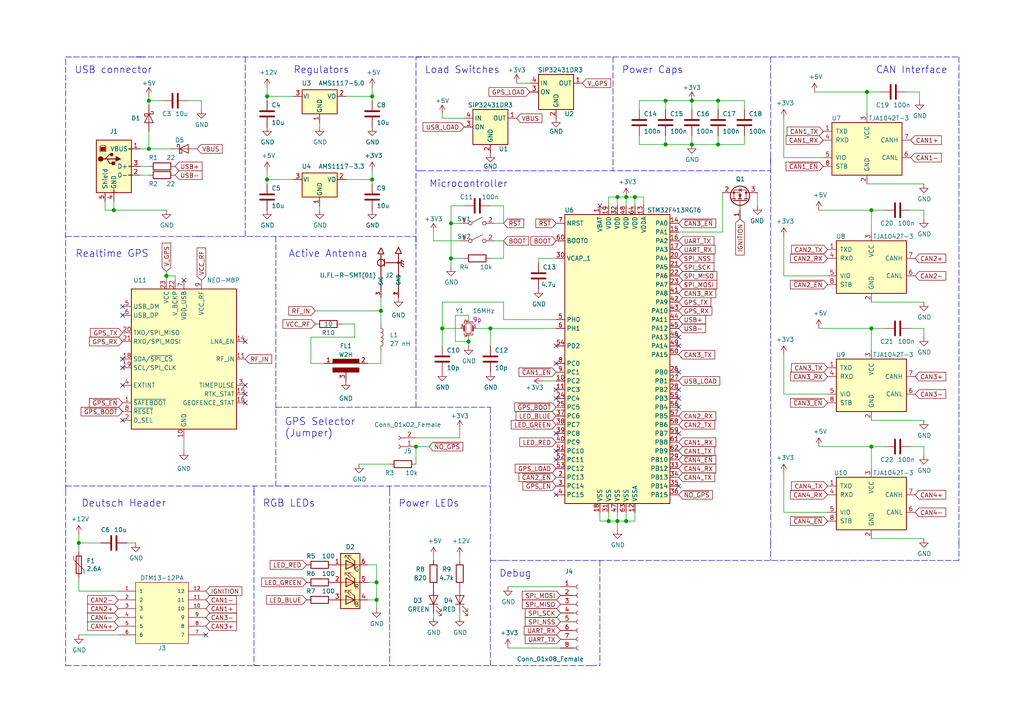
<source format=kicad_sch>
(kicad_sch (version 20210406) (generator eeschema)
  (paper "A4")
  (title_block (title "Black Raccoon") (date "2021-06-25") (rev "0.1") (company "barbinbrad"))
  (junction (at 22.86 157.48) (diameter 1.016))
  (junction (at 33.02 60.96) (diameter 1.016))
  (junction (at 43.18 29.21) (diameter 1.016))
  (junction (at 43.18 43.18) (diameter 1.016))
  (junction (at 48.26 80.01) (diameter 1.016))
  (junction (at 77.47 27.94) (diameter 1.016))
  (junction (at 77.47 52.07) (diameter 1.016))
  (junction (at 107.95 27.94) (diameter 1.016))
  (junction (at 107.95 52.07) (diameter 1.016))
  (junction (at 109.22 168.91) (diameter 1.016))
  (junction (at 109.22 173.99) (diameter 1.016))
  (junction (at 110.49 90.17) (diameter 1.016))
  (junction (at 120.65 129.54) (diameter 1.016))
  (junction (at 128.27 95.25) (diameter 1.016))
  (junction (at 130.81 64.77) (diameter 1.016))
  (junction (at 130.81 74.93) (diameter 1.016))
  (junction (at 135.89 99.06) (diameter 1.016))
  (junction (at 142.24 95.25) (diameter 1.016))
  (junction (at 176.53 151.13) (diameter 1.016))
  (junction (at 179.07 57.15) (diameter 1.016))
  (junction (at 179.07 151.13) (diameter 1.016))
  (junction (at 181.61 57.15) (diameter 1.016))
  (junction (at 181.61 151.13) (diameter 1.016))
  (junction (at 184.15 57.15) (diameter 1.016))
  (junction (at 193.04 29.21) (diameter 1.016))
  (junction (at 193.04 41.91) (diameter 1.016))
  (junction (at 200.66 29.21) (diameter 1.016))
  (junction (at 200.66 41.91) (diameter 1.016))
  (junction (at 208.28 29.21) (diameter 1.016))
  (junction (at 208.28 41.91) (diameter 1.016))
  (junction (at 251.46 26.67) (diameter 1.016))
  (junction (at 252.73 60.96) (diameter 1.016))
  (junction (at 252.73 95.25) (diameter 1.016))
  (junction (at 252.73 129.54) (diameter 1.016))
  (no_connect (at 35.56 88.9))
  (no_connect (at 35.56 91.44))
  (no_connect (at 35.56 104.14))
  (no_connect (at 35.56 106.68))
  (no_connect (at 35.56 111.76))
  (no_connect (at 35.56 121.92))
  (no_connect (at 53.34 81.28))
  (no_connect (at 59.69 184.15))
  (no_connect (at 71.12 99.06))
  (no_connect (at 71.12 111.76))
  (no_connect (at 71.12 114.3))
  (no_connect (at 71.12 116.84))
  (no_connect (at 161.29 100.33))
  (no_connect (at 161.29 105.41))
  (no_connect (at 161.29 113.03))
  (no_connect (at 161.29 115.57))
  (no_connect (at 161.29 125.73))
  (no_connect (at 161.29 130.81))
  (no_connect (at 161.29 133.35))
  (no_connect (at 161.29 143.51))
  (no_connect (at 173.99 59.69))
  (no_connect (at 196.85 97.79))
  (no_connect (at 196.85 100.33))
  (no_connect (at 196.85 107.95))
  (no_connect (at 196.85 113.03))
  (no_connect (at 196.85 115.57))
  (no_connect (at 196.85 118.11))
  (no_connect (at 196.85 125.73))
  (no_connect (at 196.85 140.97))
  (wire (pts (xy 22.86 154.94) (xy 22.86 157.48)))
  (wire (pts (xy 22.86 157.48) (xy 22.86 160.02)))
  (wire (pts (xy 22.86 157.48) (xy 29.21 157.48)))
  (wire (pts (xy 22.86 167.64) (xy 22.86 171.45)))
  (wire (pts (xy 22.86 171.45) (xy 34.29 171.45)))
  (wire (pts (xy 30.48 58.42) (xy 30.48 60.96)))
  (wire (pts (xy 30.48 60.96) (xy 33.02 60.96)))
  (wire (pts (xy 33.02 60.96) (xy 33.02 58.42)))
  (wire (pts (xy 33.02 60.96) (xy 48.26 60.96)))
  (wire (pts (xy 34.29 184.15) (xy 22.86 184.15)))
  (wire (pts (xy 36.83 157.48) (xy 39.37 157.48)))
  (wire (pts (xy 40.64 43.18) (xy 43.18 43.18)))
  (wire (pts (xy 40.64 48.26) (xy 43.18 48.26)))
  (wire (pts (xy 43.18 27.94) (xy 43.18 29.21)))
  (wire (pts (xy 43.18 29.21) (xy 43.18 30.48)))
  (wire (pts (xy 43.18 38.1) (xy 43.18 43.18)))
  (wire (pts (xy 43.18 43.18) (xy 49.53 43.18)))
  (wire (pts (xy 43.18 50.8) (xy 40.64 50.8)))
  (wire (pts (xy 46.99 29.21) (xy 43.18 29.21)))
  (wire (pts (xy 48.26 78.74) (xy 48.26 80.01)))
  (wire (pts (xy 48.26 80.01) (xy 48.26 81.28)))
  (wire (pts (xy 48.26 80.01) (xy 50.8 80.01)))
  (wire (pts (xy 50.8 81.28) (xy 50.8 80.01)))
  (wire (pts (xy 53.34 127) (xy 53.34 130.81)))
  (wire (pts (xy 54.61 29.21) (xy 58.42 29.21)))
  (wire (pts (xy 58.42 29.21) (xy 58.42 31.75)))
  (wire (pts (xy 77.47 27.94) (xy 77.47 25.4)))
  (wire (pts (xy 77.47 29.21) (xy 77.47 27.94)))
  (wire (pts (xy 77.47 49.53) (xy 77.47 52.07)))
  (wire (pts (xy 77.47 52.07) (xy 77.47 53.34)))
  (wire (pts (xy 85.09 27.94) (xy 77.47 27.94)))
  (wire (pts (xy 85.09 52.07) (xy 77.47 52.07)))
  (wire (pts (xy 90.17 97.79) (xy 90.17 105.41)))
  (wire (pts (xy 90.17 105.41) (xy 93.98 105.41)))
  (wire (pts (xy 91.44 90.17) (xy 110.49 90.17)))
  (wire (pts (xy 92.71 36.83) (xy 92.71 35.56)))
  (wire (pts (xy 92.71 60.96) (xy 92.71 59.69)))
  (wire (pts (xy 99.06 93.98) (xy 102.87 93.98)))
  (wire (pts (xy 100.33 27.94) (xy 107.95 27.94)))
  (wire (pts (xy 100.33 52.07) (xy 107.95 52.07)))
  (wire (pts (xy 102.87 93.98) (xy 102.87 97.79)))
  (wire (pts (xy 102.87 97.79) (xy 90.17 97.79)))
  (wire (pts (xy 104.14 134.62) (xy 113.03 134.62)))
  (wire (pts (xy 106.68 105.41) (xy 110.49 105.41)))
  (wire (pts (xy 106.68 163.83) (xy 109.22 163.83)))
  (wire (pts (xy 106.68 168.91) (xy 109.22 168.91)))
  (wire (pts (xy 106.68 173.99) (xy 109.22 173.99)))
  (wire (pts (xy 107.95 27.94) (xy 107.95 25.4)))
  (wire (pts (xy 107.95 29.21) (xy 107.95 27.94)))
  (wire (pts (xy 107.95 52.07) (xy 107.95 49.53)))
  (wire (pts (xy 107.95 53.34) (xy 107.95 52.07)))
  (wire (pts (xy 109.22 163.83) (xy 109.22 168.91)))
  (wire (pts (xy 109.22 168.91) (xy 109.22 173.99)))
  (wire (pts (xy 109.22 173.99) (xy 109.22 176.53)))
  (wire (pts (xy 110.49 86.36) (xy 110.49 90.17)))
  (wire (pts (xy 110.49 90.17) (xy 110.49 93.98)))
  (wire (pts (xy 110.49 101.6) (xy 110.49 105.41)))
  (wire (pts (xy 120.65 127) (xy 133.35 127)))
  (wire (pts (xy 120.65 129.54) (xy 124.46 129.54)))
  (wire (pts (xy 120.65 134.62) (xy 120.65 129.54)))
  (wire (pts (xy 125.73 69.85) (xy 125.73 67.31)))
  (wire (pts (xy 125.73 69.85) (xy 133.35 69.85)))
  (wire (pts (xy 125.73 161.29) (xy 125.73 162.56)))
  (wire (pts (xy 125.73 177.8) (xy 125.73 179.07)))
  (wire (pts (xy 128.27 33.02) (xy 128.27 34.29)))
  (wire (pts (xy 128.27 87.63) (xy 128.27 95.25)))
  (wire (pts (xy 128.27 87.63) (xy 146.05 87.63)))
  (wire (pts (xy 128.27 95.25) (xy 128.27 100.33)))
  (wire (pts (xy 128.27 95.25) (xy 133.35 95.25)))
  (wire (pts (xy 130.81 59.69) (xy 130.81 64.77)))
  (wire (pts (xy 130.81 59.69) (xy 134.62 59.69)))
  (wire (pts (xy 130.81 64.77) (xy 130.81 74.93)))
  (wire (pts (xy 130.81 74.93) (xy 130.81 77.47)))
  (wire (pts (xy 130.81 74.93) (xy 134.62 74.93)))
  (wire (pts (xy 132.08 91.44) (xy 132.08 99.06)))
  (wire (pts (xy 132.08 99.06) (xy 135.89 99.06)))
  (wire (pts (xy 133.35 64.77) (xy 130.81 64.77)))
  (wire (pts (xy 133.35 124.46) (xy 133.35 127)))
  (wire (pts (xy 133.35 161.29) (xy 133.35 162.56)))
  (wire (pts (xy 133.35 177.8) (xy 133.35 179.07)))
  (wire (pts (xy 134.62 34.29) (xy 128.27 34.29)))
  (wire (pts (xy 135.89 91.44) (xy 132.08 91.44)))
  (wire (pts (xy 135.89 92.71) (xy 135.89 91.44)))
  (wire (pts (xy 135.89 97.79) (xy 135.89 99.06)))
  (wire (pts (xy 135.89 99.06) (xy 135.89 100.33)))
  (wire (pts (xy 138.43 95.25) (xy 142.24 95.25)))
  (wire (pts (xy 142.24 59.69) (xy 146.05 59.69)))
  (wire (pts (xy 142.24 74.93) (xy 146.05 74.93)))
  (wire (pts (xy 142.24 95.25) (xy 161.29 95.25)))
  (wire (pts (xy 142.24 100.33) (xy 142.24 95.25)))
  (wire (pts (xy 143.51 64.77) (xy 146.05 64.77)))
  (wire (pts (xy 143.51 69.85) (xy 146.05 69.85)))
  (wire (pts (xy 146.05 59.69) (xy 146.05 64.77)))
  (wire (pts (xy 146.05 74.93) (xy 146.05 69.85)))
  (wire (pts (xy 146.05 92.71) (xy 146.05 87.63)))
  (wire (pts (xy 147.32 170.18) (xy 162.56 170.18)))
  (wire (pts (xy 147.32 187.96) (xy 162.56 187.96)))
  (wire (pts (xy 149.86 24.13) (xy 153.67 24.13)))
  (wire (pts (xy 156.21 74.93) (xy 161.29 74.93)))
  (wire (pts (xy 156.21 76.2) (xy 156.21 74.93)))
  (wire (pts (xy 157.48 110.49) (xy 161.29 110.49)))
  (wire (pts (xy 161.29 92.71) (xy 146.05 92.71)))
  (wire (pts (xy 173.99 148.59) (xy 173.99 151.13)))
  (wire (pts (xy 173.99 151.13) (xy 176.53 151.13)))
  (wire (pts (xy 176.53 57.15) (xy 179.07 57.15)))
  (wire (pts (xy 176.53 59.69) (xy 176.53 57.15)))
  (wire (pts (xy 176.53 148.59) (xy 176.53 151.13)))
  (wire (pts (xy 176.53 151.13) (xy 179.07 151.13)))
  (wire (pts (xy 179.07 57.15) (xy 181.61 57.15)))
  (wire (pts (xy 179.07 59.69) (xy 179.07 57.15)))
  (wire (pts (xy 179.07 151.13) (xy 179.07 148.59)))
  (wire (pts (xy 179.07 151.13) (xy 179.07 153.67)))
  (wire (pts (xy 179.07 151.13) (xy 181.61 151.13)))
  (wire (pts (xy 181.61 57.15) (xy 184.15 57.15)))
  (wire (pts (xy 181.61 59.69) (xy 181.61 57.15)))
  (wire (pts (xy 181.61 148.59) (xy 181.61 151.13)))
  (wire (pts (xy 181.61 151.13) (xy 184.15 151.13)))
  (wire (pts (xy 184.15 57.15) (xy 186.69 57.15)))
  (wire (pts (xy 184.15 59.69) (xy 184.15 57.15)))
  (wire (pts (xy 184.15 148.59) (xy 184.15 151.13)))
  (wire (pts (xy 185.42 29.21) (xy 193.04 29.21)))
  (wire (pts (xy 185.42 31.75) (xy 185.42 29.21)))
  (wire (pts (xy 185.42 39.37) (xy 185.42 41.91)))
  (wire (pts (xy 185.42 41.91) (xy 193.04 41.91)))
  (wire (pts (xy 186.69 57.15) (xy 186.69 59.69)))
  (wire (pts (xy 193.04 29.21) (xy 200.66 29.21)))
  (wire (pts (xy 193.04 31.75) (xy 193.04 29.21)))
  (wire (pts (xy 193.04 39.37) (xy 193.04 41.91)))
  (wire (pts (xy 193.04 41.91) (xy 200.66 41.91)))
  (wire (pts (xy 196.85 67.31) (xy 209.55 67.31)))
  (wire (pts (xy 200.66 29.21) (xy 208.28 29.21)))
  (wire (pts (xy 200.66 31.75) (xy 200.66 29.21)))
  (wire (pts (xy 200.66 39.37) (xy 200.66 41.91)))
  (wire (pts (xy 200.66 41.91) (xy 208.28 41.91)))
  (wire (pts (xy 208.28 29.21) (xy 215.9 29.21)))
  (wire (pts (xy 208.28 31.75) (xy 208.28 29.21)))
  (wire (pts (xy 208.28 39.37) (xy 208.28 41.91)))
  (wire (pts (xy 208.28 41.91) (xy 215.9 41.91)))
  (wire (pts (xy 209.55 55.88) (xy 209.55 67.31)))
  (wire (pts (xy 215.9 29.21) (xy 215.9 31.75)))
  (wire (pts (xy 215.9 41.91) (xy 215.9 39.37)))
  (wire (pts (xy 219.71 55.88) (xy 219.71 59.69)))
  (wire (pts (xy 227.33 34.29) (xy 227.33 45.72)))
  (wire (pts (xy 227.33 68.58) (xy 227.33 80.01)))
  (wire (pts (xy 227.33 80.01) (xy 240.03 80.01)))
  (wire (pts (xy 227.33 102.87) (xy 227.33 114.3)))
  (wire (pts (xy 227.33 137.16) (xy 227.33 148.59)))
  (wire (pts (xy 236.22 26.67) (xy 251.46 26.67)))
  (wire (pts (xy 237.49 60.96) (xy 252.73 60.96)))
  (wire (pts (xy 237.49 95.25) (xy 252.73 95.25)))
  (wire (pts (xy 237.49 129.54) (xy 252.73 129.54)))
  (wire (pts (xy 238.76 45.72) (xy 227.33 45.72)))
  (wire (pts (xy 240.03 114.3) (xy 227.33 114.3)))
  (wire (pts (xy 240.03 148.59) (xy 227.33 148.59)))
  (wire (pts (xy 251.46 26.67) (xy 251.46 33.02)))
  (wire (pts (xy 251.46 26.67) (xy 255.27 26.67)))
  (wire (pts (xy 251.46 53.34) (xy 267.97 53.34)))
  (wire (pts (xy 252.73 60.96) (xy 252.73 67.31)))
  (wire (pts (xy 252.73 60.96) (xy 256.54 60.96)))
  (wire (pts (xy 252.73 87.63) (xy 267.97 87.63)))
  (wire (pts (xy 252.73 95.25) (xy 252.73 101.6)))
  (wire (pts (xy 252.73 95.25) (xy 256.54 95.25)))
  (wire (pts (xy 252.73 121.92) (xy 267.97 121.92)))
  (wire (pts (xy 252.73 129.54) (xy 252.73 135.89)))
  (wire (pts (xy 252.73 129.54) (xy 256.54 129.54)))
  (wire (pts (xy 252.73 156.21) (xy 267.97 156.21)))
  (wire (pts (xy 262.89 26.67) (xy 266.7 26.67)))
  (wire (pts (xy 264.16 60.96) (xy 267.97 60.96)))
  (wire (pts (xy 264.16 95.25) (xy 267.97 95.25)))
  (wire (pts (xy 264.16 129.54) (xy 267.97 129.54)))
  (wire (pts (xy 266.7 26.67) (xy 266.7 29.21)))
  (wire (pts (xy 267.97 60.96) (xy 267.97 63.5)))
  (wire (pts (xy 267.97 95.25) (xy 267.97 97.79)))
  (wire (pts (xy 267.97 129.54) (xy 267.97 132.08)))
  (polyline (pts (xy 19.05 16.51) (xy 40.64 16.51)) (stroke (width 0) (type dash)))
  (polyline (pts (xy 19.05 68.58) (xy 120.65 68.58)) (stroke (width 0) (type dash)))
  (polyline (pts (xy 19.05 140.97) (xy 57.15 140.97)) (stroke (width 0) (type dash)))
  (polyline (pts (xy 19.05 142.24) (xy 19.05 16.51)) (stroke (width 0) (type dash)))
  (polyline (pts (xy 19.05 142.24) (xy 19.05 193.04)) (stroke (width 0) (type dash)))
  (polyline (pts (xy 19.05 193.04) (xy 171.45 193.04)) (stroke (width 0) (type dash)))
  (polyline (pts (xy 39.37 16.51) (xy 41.91 16.51)) (stroke (width 0) (type dash)))
  (polyline (pts (xy 40.64 16.51) (xy 278.13 16.51)) (stroke (width 0) (type dash)))
  (polyline (pts (xy 57.15 68.58) (xy 58.42 68.58)) (stroke (width 0) (type dash)))
  (polyline (pts (xy 57.15 140.97) (xy 142.24 140.97)) (stroke (width 0) (type dash)))
  (polyline (pts (xy 57.15 193.04) (xy 55.88 193.04)) (stroke (width 0) (type dash)))
  (polyline (pts (xy 66.04 193.04) (xy 64.77 193.04)) (stroke (width 0) (type dash)))
  (polyline (pts (xy 71.12 16.51) (xy 71.12 68.58)) (stroke (width 0) (type dash)))
  (polyline (pts (xy 73.66 140.97) (xy 73.66 143.51)) (stroke (width 0) (type dash)))
  (polyline (pts (xy 73.66 142.24) (xy 73.66 193.04)) (stroke (width 0) (type dash)))
  (polyline (pts (xy 73.66 193.04) (xy 74.93 193.04)) (stroke (width 0) (type dash)))
  (polyline (pts (xy 80.01 68.58) (xy 80.01 140.97)) (stroke (width 0) (type dash)))
  (polyline (pts (xy 80.01 118.11) (xy 120.65 118.11)) (stroke (width 0) (type dash)))
  (polyline (pts (xy 82.55 140.97) (xy 83.82 140.97)) (stroke (width 0) (type dash)))
  (polyline (pts (xy 113.03 140.97) (xy 113.03 142.24)) (stroke (width 0) (type dash)))
  (polyline (pts (xy 113.03 142.24) (xy 113.03 193.04)) (stroke (width 0) (type dash)))
  (polyline (pts (xy 120.65 16.51) (xy 123.19 16.51)) (stroke (width 0) (type dash)))
  (polyline (pts (xy 120.65 49.53) (xy 121.92 49.53)) (stroke (width 0) (type dash)))
  (polyline (pts (xy 120.65 68.58) (xy 120.65 71.12)) (stroke (width 0) (type dash)))
  (polyline (pts (xy 120.65 118.11) (xy 120.65 16.51)) (stroke (width 0) (type dash)))
  (polyline (pts (xy 120.65 118.11) (xy 142.24 118.11)) (stroke (width 0) (type dash)))
  (polyline (pts (xy 121.92 49.53) (xy 223.52 49.53)) (stroke (width 0) (type dash)))
  (polyline (pts (xy 142.24 118.11) (xy 142.24 140.97)) (stroke (width 0) (type dash)))
  (polyline (pts (xy 142.24 162.56) (xy 146.05 162.56)) (stroke (width 0) (type dash)))
  (polyline (pts (xy 142.24 193.04) (xy 142.24 140.97)) (stroke (width 0) (type dash)))
  (polyline (pts (xy 171.45 193.04) (xy 173.99 193.04)) (stroke (width 0) (type dash)))
  (polyline (pts (xy 173.99 162.56) (xy 173.99 193.04)) (stroke (width 0) (type dash)))
  (polyline (pts (xy 177.8 16.51) (xy 177.8 49.53)) (stroke (width 0) (type dash)))
  (polyline (pts (xy 223.52 16.51) (xy 223.52 157.48)) (stroke (width 0) (type dash)))
  (polyline (pts (xy 223.52 45.72) (xy 223.52 48.26)) (stroke (width 0) (type dash)))
  (polyline (pts (xy 223.52 157.48) (xy 223.52 162.56)) (stroke (width 0) (type dash)))
  (polyline (pts (xy 278.13 16.51) (xy 278.13 157.48)) (stroke (width 0) (type dash)))
  (polyline (pts (xy 278.13 157.48) (xy 278.13 162.56)) (stroke (width 0) (type dash)))
  (polyline (pts (xy 278.13 162.56) (xy 146.05 162.56)) (stroke (width 0) (type dash)))
  (text "USB connector" (at 21.59 21.59 0) (effects (font (size 2.0066 2.0066)) (justify left bottom)))
  (text "Realtime GPS" (at 43.18 74.93 180) (effects (font (size 2.066 2.066)) (justify right bottom)))
  (text "Deutsch Header" (at 48.26 147.32 180) (effects (font (size 2.066 2.066)) (justify right bottom)))
  (text "GPS Selector\n(Jumper)" (at 82.55 127 0) (effects (font (size 2.066 2.066)) (justify left bottom)))
  (text "Regulators" (at 85.09 21.59 0) (effects (font (size 2.0066 2.0066)) (justify left bottom)))
  (text "RGB LEDs\n" (at 91.44 147.32 180) (effects (font (size 2.066 2.066)) (justify right bottom)))
  (text "Active Antenna" (at 106.68 74.93 180) (effects (font (size 2.066 2.066)) (justify right bottom)))
  (text "Power LEDs" (at 115.57 147.32 0) (effects (font (size 2.0066 2.0066)) (justify left bottom)))
  (text "Load Switches\n" (at 123.19 21.59 0) (effects (font (size 2.0066 2.0066)) (justify left bottom)))
  (text "Microcontroller" (at 124.46 54.61 0) (effects (font (size 2.0066 2.0066)) (justify left bottom)))
  (text "Debug" (at 144.78 167.64 0) (effects (font (size 2.0066 2.0066)) (justify left bottom)))
  (text "Power Caps" (at 180.34 21.59 0) (effects (font (size 2.0066 2.0066)) (justify left bottom)))
  (text "CAN Interface" (at 254 21.59 0) (effects (font (size 2.0066 2.0066)) (justify left bottom)))
  (global_label "CAN2-" (shape input) (at 34.29 173.99 180) (property "Intersheet References" "${INTERSHEET_REFS}" (effects hide)))
  (global_label "CAN2+" (shape input) (at 34.29 176.53 180) (property "Intersheet References" "${INTERSHEET_REFS}" (effects hide)))
  (global_label "CAN4-" (shape input) (at 34.29 179.07 180) (property "Intersheet References" "${INTERSHEET_REFS}" (effects hide)))
  (global_label "CAN4+" (shape input) (at 34.29 181.61 180) (property "Intersheet References" "${INTERSHEET_REFS}" (effects hide)))
  (global_label "GPS_TX" (shape input) (at 35.56 96.52 180) (property "Intersheet References" "${INTERSHEET_REFS}" (effects hide)))
  (global_label "GPS_RX" (shape input) (at 35.56 99.06 180) (property "Intersheet References" "${INTERSHEET_REFS}" (effects hide)))
  (global_label "~GPS_EN~" (shape input) (at 35.56 116.84 180) (property "Intersheet References" "${INTERSHEET_REFS}" (effects hide)))
  (global_label "~GPS_BOOT~" (shape input) (at 35.56 119.38 180) (property "Intersheet References" "${INTERSHEET_REFS}" (effects hide)))
  (global_label "V_GPS" (shape input) (at 48.26 78.74 90) (property "Intersheet References" "${INTERSHEET_REFS}" (effects hide)))
  (global_label "USB+" (shape input) (at 50.8 48.26 0) (property "Intersheet References" "${INTERSHEET_REFS}" (effects hide)))
  (global_label "USB-" (shape input) (at 50.8 50.8 0) (property "Intersheet References" "${INTERSHEET_REFS}" (effects hide)))
  (global_label "VBUS" (shape input) (at 57.15 43.18 0) (property "Intersheet References" "${INTERSHEET_REFS}" (effects hide)))
  (global_label "VCC_RF" (shape input) (at 58.42 81.28 90) (property "Intersheet References" "${INTERSHEET_REFS}" (effects hide)))
  (global_label "IGNITION" (shape input) (at 59.69 171.45 0) (property "Intersheet References" "${INTERSHEET_REFS}" (effects hide)))
  (global_label "CAN1-" (shape input) (at 59.69 173.99 0) (property "Intersheet References" "${INTERSHEET_REFS}" (effects hide)))
  (global_label "CAN1+" (shape input) (at 59.69 176.53 0) (property "Intersheet References" "${INTERSHEET_REFS}" (effects hide)))
  (global_label "CAN3-" (shape input) (at 59.69 179.07 0) (property "Intersheet References" "${INTERSHEET_REFS}" (effects hide)))
  (global_label "CAN3+" (shape input) (at 59.69 181.61 0) (property "Intersheet References" "${INTERSHEET_REFS}" (effects hide)))
  (global_label "RF_IN" (shape input) (at 71.12 104.14 0) (property "Intersheet References" "${INTERSHEET_REFS}" (effects hide)))
  (global_label "LED_RED" (shape input) (at 88.9 163.83 180) (property "Intersheet References" "${INTERSHEET_REFS}" (effects hide)))
  (global_label "LED_GREEN" (shape input) (at 88.9 168.91 180) (property "Intersheet References" "${INTERSHEET_REFS}" (effects hide)))
  (global_label "LED_BLUE" (shape input) (at 88.9 173.99 180) (property "Intersheet References" "${INTERSHEET_REFS}" (effects hide)))
  (global_label "RF_IN" (shape input) (at 91.44 90.17 180) (property "Intersheet References" "${INTERSHEET_REFS}" (effects hide)))
  (global_label "VCC_RF" (shape input) (at 91.44 93.98 180) (property "Intersheet References" "${INTERSHEET_REFS}" (effects hide)))
  (global_label "~NO_GPS~" (shape input) (at 124.46 129.54 0) (property "Intersheet References" "${INTERSHEET_REFS}" (effects hide)))
  (global_label "USB_LOAD" (shape input) (at 134.62 36.83 180) (property "Intersheet References" "${INTERSHEET_REFS}" (effects hide)))
  (global_label "~RST~" (shape input) (at 146.05 64.77 0) (property "Intersheet References" "${INTERSHEET_REFS}" (effects hide)))
  (global_label "BOOT" (shape input) (at 146.05 69.85 0) (property "Intersheet References" "${INTERSHEET_REFS}" (effects hide)))
  (global_label "VBUS" (shape input) (at 149.86 34.29 0) (property "Intersheet References" "${INTERSHEET_REFS}" (effects hide)))
  (global_label "GPS_LOAD" (shape input) (at 153.67 26.67 180) (property "Intersheet References" "${INTERSHEET_REFS}" (effects hide)))
  (global_label "~RST~" (shape input) (at 161.29 64.77 180) (property "Intersheet References" "${INTERSHEET_REFS}" (effects hide)))
  (global_label "BOOT" (shape input) (at 161.29 69.85 180) (property "Intersheet References" "${INTERSHEET_REFS}" (effects hide)))
  (global_label "~CAN1_EN~" (shape input) (at 161.29 107.95 180) (property "Intersheet References" "${INTERSHEET_REFS}" (effects hide)))
  (global_label "~GPS_BOOT~" (shape input) (at 161.29 118.11 180) (property "Intersheet References" "${INTERSHEET_REFS}" (effects hide)))
  (global_label "LED_BLUE" (shape input) (at 161.29 120.65 180) (property "Intersheet References" "${INTERSHEET_REFS}" (effects hide)))
  (global_label "LED_GREEN" (shape input) (at 161.29 123.19 180) (property "Intersheet References" "${INTERSHEET_REFS}" (effects hide)))
  (global_label "LED_RED" (shape input) (at 161.29 128.27 180) (property "Intersheet References" "${INTERSHEET_REFS}" (effects hide)))
  (global_label "GPS_LOAD" (shape input) (at 161.29 135.89 180) (property "Intersheet References" "${INTERSHEET_REFS}" (effects hide)))
  (global_label "~CAN2_EN~" (shape input) (at 161.29 138.43 180) (property "Intersheet References" "${INTERSHEET_REFS}" (effects hide)))
  (global_label "~GPS_EN~" (shape input) (at 161.29 140.97 180) (property "Intersheet References" "${INTERSHEET_REFS}" (effects hide)))
  (global_label "SPI_MOSI" (shape input) (at 162.56 172.72 180) (property "Intersheet References" "${INTERSHEET_REFS}" (effects hide)))
  (global_label "SPI_MISO" (shape input) (at 162.56 175.26 180) (property "Intersheet References" "${INTERSHEET_REFS}" (effects hide)))
  (global_label "SPI_SCK" (shape input) (at 162.56 177.8 180) (property "Intersheet References" "${INTERSHEET_REFS}" (effects hide)))
  (global_label "SPI_NSS" (shape input) (at 162.56 180.34 180) (property "Intersheet References" "${INTERSHEET_REFS}" (effects hide)))
  (global_label "UART_RX" (shape input) (at 162.56 182.88 180) (property "Intersheet References" "${INTERSHEET_REFS}" (effects hide)))
  (global_label "UART_TX" (shape input) (at 162.56 185.42 180) (property "Intersheet References" "${INTERSHEET_REFS}" (effects hide)))
  (global_label "V_GPS" (shape input) (at 168.91 24.13 0) (property "Intersheet References" "${INTERSHEET_REFS}" (effects hide)))
  (global_label "~CAN3_EN~" (shape input) (at 196.85 64.77 0) (property "Intersheet References" "${INTERSHEET_REFS}" (effects hide)))
  (global_label "UART_TX" (shape input) (at 196.85 69.85 0) (property "Intersheet References" "${INTERSHEET_REFS}" (effects hide)))
  (global_label "UART_RX" (shape input) (at 196.85 72.39 0) (property "Intersheet References" "${INTERSHEET_REFS}" (effects hide)))
  (global_label "SPI_NSS" (shape input) (at 196.85 74.93 0) (property "Intersheet References" "${INTERSHEET_REFS}" (effects hide)))
  (global_label "SPI_SCK" (shape input) (at 196.85 77.47 0) (property "Intersheet References" "${INTERSHEET_REFS}" (effects hide)))
  (global_label "SPI_MISO" (shape input) (at 196.85 80.01 0) (property "Intersheet References" "${INTERSHEET_REFS}" (effects hide)))
  (global_label "SPI_MOSI" (shape input) (at 196.85 82.55 0) (property "Intersheet References" "${INTERSHEET_REFS}" (effects hide)))
  (global_label "CAN3_RX" (shape input) (at 196.85 85.09 0) (property "Intersheet References" "${INTERSHEET_REFS}" (effects hide)))
  (global_label "GPS_TX" (shape input) (at 196.85 87.63 0) (property "Intersheet References" "${INTERSHEET_REFS}" (effects hide)))
  (global_label "GPS_RX" (shape input) (at 196.85 90.17 0) (property "Intersheet References" "${INTERSHEET_REFS}" (effects hide)))
  (global_label "USB+" (shape input) (at 196.85 92.71 0) (property "Intersheet References" "${INTERSHEET_REFS}" (effects hide)))
  (global_label "USB-" (shape input) (at 196.85 95.25 0) (property "Intersheet References" "${INTERSHEET_REFS}" (effects hide)))
  (global_label "CAN3_TX" (shape input) (at 196.85 102.87 0) (property "Intersheet References" "${INTERSHEET_REFS}" (effects hide)))
  (global_label "USB_LOAD" (shape input) (at 196.85 110.49 0) (property "Intersheet References" "${INTERSHEET_REFS}" (effects hide)))
  (global_label "CAN2_RX" (shape input) (at 196.85 120.65 0) (property "Intersheet References" "${INTERSHEET_REFS}" (effects hide)))
  (global_label "CAN2_TX" (shape input) (at 196.85 123.19 0) (property "Intersheet References" "${INTERSHEET_REFS}" (effects hide)))
  (global_label "CAN1_RX" (shape input) (at 196.85 128.27 0) (property "Intersheet References" "${INTERSHEET_REFS}" (effects hide)))
  (global_label "CAN1_TX" (shape input) (at 196.85 130.81 0) (property "Intersheet References" "${INTERSHEET_REFS}" (effects hide)))
  (global_label "~CAN4_EN~" (shape input) (at 196.85 133.35 0) (property "Intersheet References" "${INTERSHEET_REFS}" (effects hide)))
  (global_label "CAN4_RX" (shape input) (at 196.85 135.89 0) (property "Intersheet References" "${INTERSHEET_REFS}" (effects hide)))
  (global_label "CAN4_TX" (shape input) (at 196.85 138.43 0) (property "Intersheet References" "${INTERSHEET_REFS}" (effects hide)))
  (global_label "~NO_GPS~" (shape input) (at 196.85 143.51 0) (property "Intersheet References" "${INTERSHEET_REFS}" (effects hide)))
  (global_label "IGNITION" (shape input) (at 214.63 63.5 270) (property "Intersheet References" "${INTERSHEET_REFS}" (effects hide)))
  (global_label "CAN1_TX" (shape input) (at 238.76 38.1 180) (property "Intersheet References" "${INTERSHEET_REFS}" (effects hide)))
  (global_label "CAN1_RX" (shape input) (at 238.76 40.64 180) (property "Intersheet References" "${INTERSHEET_REFS}" (effects hide)))
  (global_label "~CAN1_EN~" (shape input) (at 238.76 48.26 180) (property "Intersheet References" "${INTERSHEET_REFS}" (effects hide)))
  (global_label "CAN2_TX" (shape input) (at 240.03 72.39 180) (property "Intersheet References" "${INTERSHEET_REFS}" (effects hide)))
  (global_label "CAN2_RX" (shape input) (at 240.03 74.93 180) (property "Intersheet References" "${INTERSHEET_REFS}" (effects hide)))
  (global_label "~CAN2_EN~" (shape input) (at 240.03 82.55 180) (property "Intersheet References" "${INTERSHEET_REFS}" (effects hide)))
  (global_label "CAN3_TX" (shape input) (at 240.03 106.68 180) (property "Intersheet References" "${INTERSHEET_REFS}" (effects hide)))
  (global_label "CAN3_RX" (shape input) (at 240.03 109.22 180) (property "Intersheet References" "${INTERSHEET_REFS}" (effects hide)))
  (global_label "~CAN3_EN~" (shape input) (at 240.03 116.84 180) (property "Intersheet References" "${INTERSHEET_REFS}" (effects hide)))
  (global_label "CAN4_TX" (shape input) (at 240.03 140.97 180) (property "Intersheet References" "${INTERSHEET_REFS}" (effects hide)))
  (global_label "CAN4_RX" (shape input) (at 240.03 143.51 180) (property "Intersheet References" "${INTERSHEET_REFS}" (effects hide)))
  (global_label "~CAN4_EN~" (shape input) (at 240.03 151.13 180) (property "Intersheet References" "${INTERSHEET_REFS}" (effects hide)))
  (global_label "CAN1+" (shape input) (at 264.16 40.64 0) (property "Intersheet References" "${INTERSHEET_REFS}" (effects hide)))
  (global_label "CAN1-" (shape input) (at 264.16 45.72 0) (property "Intersheet References" "${INTERSHEET_REFS}" (effects hide)))
  (global_label "CAN2+" (shape input) (at 265.43 74.93 0) (property "Intersheet References" "${INTERSHEET_REFS}" (effects hide)))
  (global_label "CAN2-" (shape input) (at 265.43 80.01 0) (property "Intersheet References" "${INTERSHEET_REFS}" (effects hide)))
  (global_label "CAN3+" (shape input) (at 265.43 109.22 0) (property "Intersheet References" "${INTERSHEET_REFS}" (effects hide)))
  (global_label "CAN3-" (shape input) (at 265.43 114.3 0) (property "Intersheet References" "${INTERSHEET_REFS}" (effects hide)))
  (global_label "CAN4+" (shape input) (at 265.43 143.51 0) (property "Intersheet References" "${INTERSHEET_REFS}" (effects hide)))
  (global_label "CAN4-" (shape input) (at 265.43 148.59 0) (property "Intersheet References" "${INTERSHEET_REFS}" (effects hide)))
  (symbol (lib_id "power:+12V") (at 22.86 154.94 0) (unit 1)
    (property "Reference" "#PWR0107" (effects hide))
    (property "Value" "+12V" (at 23.241 150.5458 0))
  )
  (symbol (lib_id "power:+5V") (at 43.18 27.94 0) (unit 1)
    (property "Reference" "#PWR0117" (effects hide))
    (property "Value" "+5V" (at 43.18 24.13 0))
  )
  (symbol (lib_id "power:+12V") (at 77.47 25.4 0) (unit 1)
    (property "Reference" "#PWR012" (effects hide))
    (property "Value" "+12V" (at 77.851 21.0058 0))
  )
  (symbol (lib_id "power:+5V") (at 77.47 49.53 0) (unit 1)
    (property "Reference" "#PWR014" (effects hide))
    (property "Value" "+5V" (at 77.851 45.1358 0))
  )
  (symbol (lib_id "power:+5V") (at 107.95 25.4 0) (unit 1)
    (property "Reference" "#PWR026" (effects hide))
    (property "Value" "+5V" (at 108.331 21.0058 0))
  )
  (symbol (lib_id "power:+3.3V") (at 107.95 49.53 0) (unit 1)
    (property "Reference" "#PWR028" (effects hide))
    (property "Value" "+3.3V" (at 108.331 45.1358 0))
  )
  (symbol (lib_id "power:+3.3V") (at 125.73 67.31 0) (unit 1)
    (property "Reference" "#PWR0111" (effects hide))
    (property "Value" "+3.3V" (at 125.73 63.5 0))
  )
  (symbol (lib_id "power:+5V") (at 125.73 161.29 0) (unit 1)
    (property "Reference" "#PWR058" (effects hide))
    (property "Value" "+5V" (at 126.111 156.8958 0))
  )
  (symbol (lib_id "power:+5V") (at 128.27 33.02 0) (unit 1)
    (property "Reference" "#PWR0112" (effects hide))
    (property "Value" "+5V" (at 128.27 29.21 0))
  )
  (symbol (lib_id "power:+3.3V") (at 133.35 124.46 0) (unit 1)
    (property "Reference" "#PWR0121" (effects hide))
    (property "Value" "+3.3V" (at 133.35 120.65 0))
  )
  (symbol (lib_id "power:+12V") (at 133.35 161.29 0) (unit 1)
    (property "Reference" "#PWR059" (effects hide))
    (property "Value" "+12V" (at 133.731 156.8958 0))
  )
  (symbol (lib_id "power:+3.3V") (at 147.32 187.96 0) (unit 1)
    (property "Reference" "#PWR0119" (effects hide))
    (property "Value" "+3.3V" (at 147.701 183.5658 0))
  )
  (symbol (lib_id "power:+3.3V") (at 149.86 24.13 0) (unit 1)
    (property "Reference" "#PWR0114" (effects hide))
    (property "Value" "+3.3V" (at 149.86 20.32 0))
  )
  (symbol (lib_id "power:+3.3V") (at 157.48 110.49 90) (unit 1)
    (property "Reference" "#PWR?" (effects hide))
    (property "Value" "+3.3V" (at 152.4 112.3949 90) (effects (justify right)))
  )
  (symbol (lib_id "power:+3.3V") (at 181.61 57.15 0) (unit 1)
    (property "Reference" "#PWR042" (effects hide))
    (property "Value" "+3.3V" (at 181.991 52.7558 0))
  )
  (symbol (lib_id "power:+3.3V") (at 200.66 29.21 0) (unit 1)
    (property "Reference" "#PWR0115" (effects hide))
    (property "Value" "+3.3V" (at 200.66 25.4 0))
  )
  (symbol (lib_id "power:+3.3V") (at 227.33 34.29 0) (unit 1)
    (property "Reference" "#PWR046" (effects hide))
    (property "Value" "+3.3V" (at 227.711 29.8958 0))
  )
  (symbol (lib_id "power:+3.3V") (at 227.33 68.58 0) (unit 1)
    (property "Reference" "#PWR047" (effects hide))
    (property "Value" "+3.3V" (at 227.711 64.1858 0))
  )
  (symbol (lib_id "power:+3.3V") (at 227.33 102.87 0) (unit 1)
    (property "Reference" "#PWR048" (effects hide))
    (property "Value" "+3.3V" (at 227.711 98.4758 0))
  )
  (symbol (lib_id "power:+3.3V") (at 227.33 137.16 0) (unit 1)
    (property "Reference" "#PWR0102" (effects hide))
    (property "Value" "+3.3V" (at 227.711 132.7658 0))
  )
  (symbol (lib_id "power:+5V") (at 236.22 26.67 0) (unit 1)
    (property "Reference" "#PWR049" (effects hide))
    (property "Value" "+5V" (at 236.601 22.2758 0))
  )
  (symbol (lib_id "power:+5V") (at 237.49 60.96 0) (unit 1)
    (property "Reference" "#PWR051" (effects hide))
    (property "Value" "+5V" (at 237.871 56.5658 0))
  )
  (symbol (lib_id "power:+5V") (at 237.49 95.25 0) (unit 1)
    (property "Reference" "#PWR053" (effects hide))
    (property "Value" "+5V" (at 237.871 90.8558 0))
  )
  (symbol (lib_id "power:+5V") (at 237.49 129.54 0) (unit 1)
    (property "Reference" "#PWR0101" (effects hide))
    (property "Value" "+5V" (at 237.871 125.1458 0))
  )
  (symbol (lib_id "power:GND") (at 22.86 184.15 0) (unit 1)
    (property "Reference" "#PWR0116" (effects hide))
    (property "Value" "GND" (at 22.987 188.5442 0))
  )
  (symbol (lib_id "power:GND") (at 39.37 157.48 0) (unit 1)
    (property "Reference" "#PWR0106" (effects hide))
    (property "Value" "GND" (at 39.497 161.8742 0))
  )
  (symbol (lib_id "power:GND") (at 48.26 60.96 0) (unit 1)
    (property "Reference" "#PWR05" (effects hide))
    (property "Value" "GND" (at 48.387 65.3542 0))
  )
  (symbol (lib_name "power:GND_1") (lib_id "power:GND") (at 53.34 130.81 0) (unit 1)
    (property "Reference" "#PWR0108" (effects hide))
    (property "Value" "GND" (at 53.34 135.89 0))
  )
  (symbol (lib_id "power:GND") (at 58.42 31.75 0) (unit 1)
    (property "Reference" "#PWR011" (effects hide))
    (property "Value" "GND" (at 58.547 36.1442 0))
  )
  (symbol (lib_id "power:GND") (at 77.47 36.83 0) (unit 1)
    (property "Reference" "#PWR013" (effects hide))
    (property "Value" "GND" (at 77.597 41.2242 0))
  )
  (symbol (lib_id "power:GND") (at 77.47 60.96 0) (unit 1)
    (property "Reference" "#PWR015" (effects hide))
    (property "Value" "GND" (at 77.597 65.3542 0))
  )
  (symbol (lib_id "power:GND") (at 92.71 36.83 0) (unit 1)
    (property "Reference" "#PWR019" (effects hide))
    (property "Value" "GND" (at 92.837 41.2242 0))
  )
  (symbol (lib_id "power:GND") (at 92.71 60.96 0) (unit 1)
    (property "Reference" "#PWR020" (effects hide))
    (property "Value" "GND" (at 92.837 65.3542 0))
  )
  (symbol (lib_name "power:GND_2") (lib_id "power:GND") (at 100.33 110.49 0) (unit 1)
    (property "Reference" "#PWR0110" (effects hide))
    (property "Value" "GND" (at 100.33 115.57 0))
  )
  (symbol (lib_id "power:GND") (at 104.14 134.62 0) (unit 1)
    (property "Reference" "#PWR0120" (effects hide))
    (property "Value" "GND" (at 104.267 139.0142 0))
  )
  (symbol (lib_id "power:GND") (at 107.95 36.83 0) (unit 1)
    (property "Reference" "#PWR027" (effects hide))
    (property "Value" "GND" (at 108.077 41.2242 0))
  )
  (symbol (lib_id "power:GND") (at 107.95 60.96 0) (unit 1)
    (property "Reference" "#PWR029" (effects hide))
    (property "Value" "GND" (at 108.077 65.3542 0))
  )
  (symbol (lib_id "power:GND") (at 109.22 176.53 0) (unit 1)
    (property "Reference" "#PWR040" (effects hide))
    (property "Value" "GND" (at 109.347 180.9242 0))
  )
  (symbol (lib_id "power:GND") (at 115.57 86.36 0) (unit 1)
    (property "Reference" "#PWR0109" (effects hide))
    (property "Value" "GND" (at 115.57 91.44 0))
  )
  (symbol (lib_id "power:GND") (at 125.73 179.07 0) (unit 1)
    (property "Reference" "#PWR060" (effects hide))
    (property "Value" "GND" (at 125.857 183.4642 0))
  )
  (symbol (lib_id "power:GND") (at 128.27 107.95 0) (unit 1)
    (property "Reference" "#PWR033" (effects hide))
    (property "Value" "GND" (at 128.397 112.3442 0))
  )
  (symbol (lib_id "power:GND") (at 130.81 77.47 0) (unit 1)
    (property "Reference" "#PWR034" (effects hide))
    (property "Value" "GND" (at 130.937 81.8642 0))
  )
  (symbol (lib_id "power:GND") (at 133.35 179.07 0) (unit 1)
    (property "Reference" "#PWR061" (effects hide))
    (property "Value" "GND" (at 133.477 183.4642 0))
  )
  (symbol (lib_id "power:GND") (at 135.89 100.33 0) (unit 1)
    (property "Reference" "#PWR035" (effects hide))
    (property "Value" "GND" (at 136.017 104.7242 0))
  )
  (symbol (lib_id "power:GND") (at 142.24 44.45 0) (unit 1)
    (property "Reference" "#PWR0105" (effects hide))
    (property "Value" "GND" (at 142.24 48.26 0))
  )
  (symbol (lib_id "power:GND") (at 142.24 107.95 0) (unit 1)
    (property "Reference" "#PWR036" (effects hide))
    (property "Value" "GND" (at 142.367 112.3442 0))
  )
  (symbol (lib_id "power:GND") (at 147.32 170.18 0) (unit 1)
    (property "Reference" "#PWR0118" (effects hide))
    (property "Value" "GND" (at 147.447 174.5742 0))
  )
  (symbol (lib_id "power:GND") (at 156.21 83.82 0) (unit 1)
    (property "Reference" "#PWR037" (effects hide))
    (property "Value" "GND" (at 156.337 88.2142 0))
  )
  (symbol (lib_id "power:GND") (at 161.29 34.29 0) (unit 1)
    (property "Reference" "#PWR0113" (effects hide))
    (property "Value" "GND" (at 161.29 38.1 0))
  )
  (symbol (lib_id "power:GND") (at 179.07 153.67 0) (unit 1)
    (property "Reference" "#PWR041" (effects hide))
    (property "Value" "GND" (at 179.197 158.0642 0))
  )
  (symbol (lib_id "power:GND") (at 200.66 41.91 0) (unit 1)
    (property "Reference" "#PWR044" (effects hide))
    (property "Value" "GND" (at 200.787 46.3042 0))
  )
  (symbol (lib_id "power:GND") (at 219.71 59.69 0) (mirror y) (unit 1)
    (property "Reference" "#PWR045" (effects hide))
    (property "Value" "GND" (at 219.583 64.0842 0))
  )
  (symbol (lib_id "power:GND") (at 266.7 29.21 0) (unit 1)
    (property "Reference" "#PWR055" (effects hide))
    (property "Value" "GND" (at 266.827 33.6042 0))
  )
  (symbol (lib_id "power:GND") (at 267.97 53.34 0) (unit 1)
    (property "Reference" "#PWR050" (effects hide))
    (property "Value" "GND" (at 268.097 57.7342 0))
  )
  (symbol (lib_id "power:GND") (at 267.97 63.5 0) (unit 1)
    (property "Reference" "#PWR056" (effects hide))
    (property "Value" "GND" (at 268.097 67.8942 0))
  )
  (symbol (lib_id "power:GND") (at 267.97 87.63 0) (unit 1)
    (property "Reference" "#PWR052" (effects hide))
    (property "Value" "GND" (at 268.097 92.0242 0))
  )
  (symbol (lib_id "power:GND") (at 267.97 97.79 0) (unit 1)
    (property "Reference" "#PWR057" (effects hide))
    (property "Value" "GND" (at 268.097 102.1842 0))
  )
  (symbol (lib_id "power:GND") (at 267.97 121.92 0) (unit 1)
    (property "Reference" "#PWR054" (effects hide))
    (property "Value" "GND" (at 268.097 126.3142 0))
  )
  (symbol (lib_id "power:GND") (at 267.97 132.08 0) (unit 1)
    (property "Reference" "#PWR0104" (effects hide))
    (property "Value" "GND" (at 268.097 136.4742 0))
  )
  (symbol (lib_id "power:GND") (at 267.97 156.21 0) (unit 1)
    (property "Reference" "#PWR0103" (effects hide))
    (property "Value" "GND" (at 268.097 160.6042 0))
  )
  (symbol (lib_id "Device:L") (at 110.49 97.79 0) (unit 1)
    (property "Reference" "L1" (at 113.03 97.1549 0) (effects (justify left)))
    (property "Value" "27 nH" (at 113.03 99.6949 0) (effects (justify left)))
    (property "Footprint" "Inductor_SMD:L_0603_1608Metric" (effects hide))
    (property "Datasheet" "https://datasheet.lcsc.com/lcsc/1811071720_Sunlord-SDCL1608C27NJTDF_C12100.pdf" (effects hide))
    (property "LCSC" "C12100" (effects hide))
  )
  (symbol (lib_id "Device:R") (at 46.99 48.26 270) (unit 1)
    (property "Reference" "R1" (at 44.45 45.72 90))
    (property "Value" "22" (at 49.53 45.72 90))
    (property "Footprint" "Resistor_SMD:R_0603_1608Metric" (effects hide))
    (property "LCSC" "C23345" (effects hide))
  )
  (symbol (lib_id "Device:R") (at 46.99 50.8 90) (unit 1)
    (property "Reference" "R2" (at 44.45 53.34 90))
    (property "Value" "22" (at 49.53 53.34 90))
    (property "Footprint" "Resistor_SMD:R_0603_1608Metric" (effects hide))
    (property "LCSC" "C23345" (effects hide))
  )
  (symbol (lib_id "Device:R") (at 92.71 163.83 270) (unit 1)
    (property "Reference" "R5" (at 90.17 161.29 90))
    (property "Value" "100" (at 95.25 161.29 90))
    (property "Footprint" "Resistor_SMD:R_0603_1608Metric" (effects hide))
    (property "LCSC" "C22775" (effects hide))
  )
  (symbol (lib_id "Device:R") (at 92.71 168.91 270) (unit 1)
    (property "Reference" "R6" (at 90.17 166.37 90))
    (property "Value" "100" (at 95.25 166.37 90))
    (property "Footprint" "Resistor_SMD:R_0603_1608Metric" (effects hide))
    (property "LCSC" "C22775" (effects hide))
  )
  (symbol (lib_id "Device:R") (at 92.71 173.99 270) (unit 1)
    (property "Reference" "R7" (at 90.17 171.45 90))
    (property "Value" "100" (at 95.25 171.45 90))
    (property "Footprint" "Resistor_SMD:R_0603_1608Metric" (effects hide))
    (property "LCSC" "C22775" (effects hide))
  )
  (symbol (lib_id "Device:R") (at 95.25 93.98 90) (unit 1)
    (property "Reference" "R10" (at 95.25 96.52 90))
    (property "Value" "10" (at 95.25 93.98 90))
    (property "Footprint" "Resistor_SMD:R_0402_1005Metric" (effects hide))
    (property "LCSC" "C25077" (effects hide))
  )
  (symbol (lib_id "Device:R") (at 116.84 134.62 90) (unit 1)
    (property "Reference" "R3" (at 113.03 137.16 90))
    (property "Value" "10k" (at 119.38 137.16 90))
    (property "Footprint" "Resistor_SMD:R_0603_1608Metric" (effects hide))
    (property "LCSC" "C25804" (effects hide))
  )
  (symbol (lib_id "Device:R") (at 125.73 166.37 0) (unit 1)
    (property "Reference" "R8" (at 121.92 165.1 0))
    (property "Value" "820" (at 121.92 167.64 0))
    (property "Footprint" "Resistor_SMD:R_0603_1608Metric" (effects hide))
    (property "LCSC" "C23253" (effects hide))
  )
  (symbol (lib_id "Device:R") (at 133.35 166.37 0) (unit 1)
    (property "Reference" "R9" (at 129.54 165.1 0))
    (property "Value" "4.7k" (at 129.54 167.64 0))
    (property "Footprint" "Resistor_SMD:R_0603_1608Metric" (effects hide))
    (property "LCSC" "C23162" (effects hide))
  )
  (symbol (lib_id "Device:R") (at 138.43 74.93 90) (unit 1)
    (property "Reference" "R4" (at 134.62 77.47 90))
    (property "Value" "10k" (at 140.97 77.47 90))
    (property "Footprint" "Resistor_SMD:R_0603_1608Metric" (effects hide))
    (property "LCSC" "C25804" (effects hide))
  )
  (symbol (lib_id "Connector:Conn_01x02_Female") (at 115.57 129.54 180) (unit 1)
    (property "Reference" "J5" (at 118.2624 130.81 0))
    (property "Value" "Conn_01x02_Female" (at 118.2624 123.19 0))
    (property "Footprint" "Connector_PinHeader_2.54mm:PinHeader_1x02_P2.54mm_Vertical" (effects hide))
  )
  (symbol (lib_id "Device:D_Schottky") (at 43.18 34.29 270) (unit 1)
    (property "Reference" "D1" (at 39.37 34.29 90))
    (property "Value" "D_Schottky" (effects hide))
    (property "Footprint" "Diode_SMD:D_SMA" (effects hide))
    (property "LCSC" "C8678" (effects hide))
  )
  (symbol (lib_id "Device:D_Schottky") (at 53.34 43.18 0) (unit 1)
    (property "Reference" "D5" (at 52.07 40.64 0))
    (property "Value" "D_Schottky" (effects hide))
    (property "Footprint" "Diode_SMD:D_SMA" (effects hide))
    (property "LCSC" "C8678" (effects hide))
  )
  (symbol (lib_id "Switch:SW_SPST") (at 138.43 64.77 0) (unit 1)
    (property "Reference" "SW1" (at 134.62 63.5 0))
    (property "Value" "SW_SPST" (effects hide))
    (property "Footprint" "Button_Switch_THT:SW_PUSH_6mm_H8mm" (effects hide))
  )
  (symbol (lib_id "Switch:SW_SPST") (at 138.43 69.85 0) (unit 1)
    (property "Reference" "SW2" (at 134.62 68.58 0))
    (property "Value" "SW_SPST" (effects hide))
    (property "Footprint" "Button_Switch_THT:SW_PUSH_6mm_H8mm" (effects hide))
  )
  (symbol (lib_id "Device:Polyfuse") (at 22.86 163.83 0) (unit 1)
    (property "Reference" "F1" (at 25.0952 162.6616 0) (effects (justify left)))
    (property "Value" "2.6A" (at 25.0952 164.973 0) (effects (justify left)))
    (property "Footprint" "Fuse:Fuse_1812_4532Metric" (effects hide))
    (property "LCSC" "C207183" (effects hide))
  )
  (symbol (lib_id "Device:LED") (at 125.73 173.99 90) (unit 1)
    (property "Reference" "D3" (at 121.1622 174.1805 90))
    (property "Value" "GREEN" (at 121.4035 176.7205 90))
    (property "Footprint" "LED_SMD:LED_0603_1608Metric" (effects hide))
    (property "LCSC" "C72043" (effects hide))
  )
  (symbol (lib_id "Device:LED") (at 133.35 173.99 90) (unit 1)
    (property "Reference" "D4" (at 130.0522 174.1805 90))
    (property "Value" "RED" (at 130.2935 176.7205 90))
    (property "Footprint" "LED_SMD:LED_0603_1608Metric" (effects hide))
    (property "LCSC" "C2286" (effects hide))
  )
  (symbol (lib_id "Device:Crystal_GND24_Small") (at 135.89 95.25 180) (unit 1)
    (property "Reference" "Y1" (at 134.62 90.17 0) (effects (justify left)))
    (property "Value" "16MHz" (at 143.51 90.17 0) (effects (justify left)))
    (property "Footprint" "Crystal:Crystal_SMD_3225-4Pin_3.2x2.5mm" (effects hide))
    (property "CL" "9p" (at 139.7 92.71 0) (effects (justify left)))
    (property "LCSC" "C13738" (effects hide))
  )
  (symbol (lib_id "Device:C") (at 33.02 157.48 270) (unit 1)
    (property "Reference" "C6" (at 29.21 153.67 90) (effects (justify left)))
    (property "Value" "10u" (at 33.02 153.67 90) (effects (justify left)))
    (property "Footprint" "Capacitor_SMD:C_0805_2012Metric" (effects hide))
    (property "LCSC" "C15850" (effects hide))
  )
  (symbol (lib_id "Device:C") (at 50.8 29.21 270) (unit 1)
    (property "Reference" "C3" (at 46.99 33.02 90) (effects (justify left)))
    (property "Value" "10u" (at 50.8 33.02 90) (effects (justify left)))
    (property "Footprint" "Capacitor_SMD:C_0805_2012Metric" (effects hide))
    (property "LCSC" "C15850" (effects hide))
  )
  (symbol (lib_id "Device:C") (at 77.47 33.02 0) (unit 1)
    (property "Reference" "C4" (at 78.74 30.48 0) (effects (justify left)))
    (property "Value" "10u" (at 78.74 35.56 0) (effects (justify left)))
    (property "Footprint" "Capacitor_SMD:C_0805_2012Metric" (effects hide))
    (property "LCSC" "C15850" (effects hide))
  )
  (symbol (lib_id "Device:C") (at 77.47 57.15 0) (unit 1)
    (property "Reference" "C5" (at 78.74 54.61 0) (effects (justify left)))
    (property "Value" "10u" (at 78.74 59.69 0) (effects (justify left)))
    (property "Footprint" "Capacitor_SMD:C_0805_2012Metric" (effects hide))
    (property "LCSC" "C15850" (effects hide))
  )
  (symbol (lib_id "Device:C") (at 107.95 33.02 0) (unit 1)
    (property "Reference" "C8" (at 109.22 30.48 0) (effects (justify left)))
    (property "Value" "10u" (at 109.22 35.56 0) (effects (justify left)))
    (property "Footprint" "Capacitor_SMD:C_0805_2012Metric" (effects hide))
    (property "LCSC" "C15850" (effects hide))
  )
  (symbol (lib_id "Device:C") (at 107.95 57.15 0) (unit 1)
    (property "Reference" "C9" (at 109.22 54.61 0) (effects (justify left)))
    (property "Value" "10u" (at 109.22 59.69 0) (effects (justify left)))
    (property "Footprint" "Capacitor_SMD:C_0805_2012Metric" (effects hide))
    (property "LCSC" "C15850" (effects hide))
  )
  (symbol (lib_id "Device:C") (at 128.27 104.14 0) (unit 1)
    (property "Reference" "C10" (at 129.54 101.6 0) (effects (justify left)))
    (property "Value" "10p" (at 129.54 106.68 0) (effects (justify left)))
    (property "Footprint" "Capacitor_SMD:C_0402_1005Metric" (effects hide))
    (property "LCSC" "C32949" (effects hide))
  )
  (symbol (lib_id "Device:C") (at 138.43 59.69 270) (unit 1)
    (property "Reference" "C11" (at 133.35 57.15 90) (effects (justify left)))
    (property "Value" "100n" (at 139.7 57.15 90) (effects (justify left)))
    (property "Footprint" "Capacitor_SMD:C_0603_1608Metric" (effects hide))
    (property "LCSC" "C14663" (effects hide))
  )
  (symbol (lib_id "Device:C") (at 142.24 104.14 0) (unit 1)
    (property "Reference" "C12" (at 143.51 101.6 0) (effects (justify left)))
    (property "Value" "10p" (at 143.51 106.68 0) (effects (justify left)))
    (property "Footprint" "Capacitor_SMD:C_0402_1005Metric" (effects hide))
    (property "LCSC" "C32949" (effects hide))
  )
  (symbol (lib_id "Device:C") (at 156.21 80.01 180) (unit 1)
    (property "Reference" "C13" (at 161.29 77.47 0) (effects (justify left)))
    (property "Value" "4.7u" (at 161.29 82.55 0) (effects (justify left)))
    (property "Footprint" "Capacitor_SMD:C_0603_1608Metric" (effects hide))
    (property "LCSC" "C19666" (effects hide))
  )
  (symbol (lib_id "Device:C") (at 185.42 35.56 0) (unit 1)
    (property "Reference" "C14" (at 186.69 33.02 0) (effects (justify left)))
    (property "Value" "100n" (at 186.69 38.1 0) (effects (justify left)))
    (property "Footprint" "Capacitor_SMD:C_0603_1608Metric" (effects hide))
    (property "LCSC" "C14663" (effects hide))
  )
  (symbol (lib_id "Device:C") (at 193.04 35.56 0) (unit 1)
    (property "Reference" "C15" (at 194.31 33.02 0) (effects (justify left)))
    (property "Value" "100n" (at 194.31 38.1 0) (effects (justify left)))
    (property "Footprint" "Capacitor_SMD:C_0603_1608Metric" (effects hide))
    (property "LCSC" "C14663" (effects hide))
  )
  (symbol (lib_id "Device:C") (at 200.66 35.56 0) (unit 1)
    (property "Reference" "C16" (at 201.93 33.02 0) (effects (justify left)))
    (property "Value" "100n" (at 201.93 38.1 0) (effects (justify left)))
    (property "Footprint" "Capacitor_SMD:C_0603_1608Metric" (effects hide))
    (property "LCSC" "C14663" (effects hide))
  )
  (symbol (lib_id "Device:C") (at 208.28 35.56 0) (unit 1)
    (property "Reference" "C17" (at 209.55 33.02 0) (effects (justify left)))
    (property "Value" "100n" (at 209.55 38.1 0) (effects (justify left)))
    (property "Footprint" "Capacitor_SMD:C_0603_1608Metric" (effects hide))
    (property "LCSC" "C14663" (effects hide))
  )
  (symbol (lib_id "Device:C") (at 215.9 35.56 0) (unit 1)
    (property "Reference" "C18" (at 217.17 33.02 0) (effects (justify left)))
    (property "Value" "100n" (at 217.17 38.1 0) (effects (justify left)))
    (property "Footprint" "Capacitor_SMD:C_0603_1608Metric" (effects hide))
    (property "LCSC" "C14663" (effects hide))
  )
  (symbol (lib_id "Device:C") (at 259.08 26.67 270) (unit 1)
    (property "Reference" "C19" (at 254 30.48 90) (effects (justify left)))
    (property "Value" "100n" (at 259.08 30.48 90) (effects (justify left)))
    (property "Footprint" "Capacitor_SMD:C_0603_1608Metric" (effects hide))
    (property "LCSC" "C14663" (effects hide))
  )
  (symbol (lib_id "Device:C") (at 260.35 60.96 270) (unit 1)
    (property "Reference" "C20" (at 255.27 64.77 90) (effects (justify left)))
    (property "Value" "100n" (at 260.35 64.77 90) (effects (justify left)))
    (property "Footprint" "Capacitor_SMD:C_0603_1608Metric" (effects hide))
    (property "LCSC" "C14663" (effects hide))
  )
  (symbol (lib_id "Device:C") (at 260.35 95.25 270) (unit 1)
    (property "Reference" "C21" (at 255.27 99.06 90) (effects (justify left)))
    (property "Value" "100n" (at 260.35 99.06 90) (effects (justify left)))
    (property "Footprint" "Capacitor_SMD:C_0603_1608Metric" (effects hide))
    (property "LCSC" "C14663" (effects hide))
  )
  (symbol (lib_id "Device:C") (at 260.35 129.54 270) (unit 1)
    (property "Reference" "C22" (at 255.27 133.35 90) (effects (justify left)))
    (property "Value" "100n" (at 260.35 133.35 90) (effects (justify left)))
    (property "Footprint" "Capacitor_SMD:C_0603_1608Metric" (effects hide))
    (property "LCSC" "C14663" (effects hide))
  )
  (symbol (lib_id "feedthrough:W2H") (at 100.33 105.41 0) (unit 1)
    (property "Reference" "FL1" (at 100.33 100.33 0))
    (property "Value" "W2H" (at 100.33 102.87 0))
    (property "Footprint" "raccoon:W2H15C4738AT1A" (effects hide))
    (property "Datasheet" "https://catalogs.avx.com/MultilayerFeedthruCapacitorsAndArrays.pdf" (effects hide))
  )
  (symbol (lib_id "Connector:Conn_01x08_Female") (at 167.64 177.8 0) (unit 1)
    (property "Reference" "J4" (at 163.83 165.7349 0) (effects (justify left)))
    (property "Value" "Conn_01x08_Female" (at 149.86 191.1349 0) (effects (justify left)))
    (property "Footprint" "Connector_PinHeader_2.54mm:PinHeader_1x08_P2.54mm_Vertical" (effects hide))
  )
  (symbol (lib_id "Device:Q_NMOS_GSD") (at 214.63 58.42 270) (mirror x) (unit 1)
    (property "Reference" "Q1" (at 213.36 51.943 90) (effects (justify left)))
    (property "Value" "Q_NMOS_GSD" (effects hide))
    (property "Footprint" "Package_TO_SOT_SMD:SOT-23" (effects hide))
    (property "LCSC" "C8545" (effects hide))
  )
  (symbol (lib_id "U.FL-R-SMT_01_:U.FL-R-SMT(01)") (at 113.03 76.2 90) (unit 1)
    (property "Reference" "J2" (at 111.76 79.8448 90) (effects (justify right)))
    (property "Value" "U.FL-R-SMT(01)" (at 92.71 79.8448 90) (effects (justify right)))
    (property "Footprint" "kicad-footprints:HRS_U.FL-R-SMT(01)" (effects hide))
    (property "MP" "U.FL-R-SMT(01)" (effects hide))
    (property "PACKAGE" "None" (effects hide))
    (property "PRICE" "0.84 USD" (effects hide))
    (property "AVAILABILITY" "Good" (effects hide))
    (property "LCSC" "C88373" (effects hide))
  )
  (symbol (lib_id "Regulator_Linear:AMS1117-5.0") (at 92.71 27.94 0) (unit 1)
    (property "Reference" "U3" (at 88.9 24.13 0))
    (property "Value" "AMS1117-5.0" (at 99.06 24.13 0))
    (property "Footprint" "Package_TO_SOT_SMD:SOT-223-3_TabPin2" (effects hide))
    (property "Datasheet" "http://www.advanced-monolithic.com/pdf/ds1117.pdf" (effects hide))
    (property "LCSC" "C6187" (effects hide))
  )
  (symbol (lib_id "Regulator_Linear:AMS1117-3.3") (at 92.71 52.07 0) (unit 1)
    (property "Reference" "U4" (at 88.9 48.26 0))
    (property "Value" "AMS1117-3.3" (at 99.06 48.26 0))
    (property "Footprint" "Package_TO_SOT_SMD:SOT-223-3_TabPin2" (effects hide))
    (property "Datasheet" "http://www.advanced-monolithic.com/pdf/ds1117.pdf" (effects hide))
    (property "LCSC" "C6186" (effects hide))
  )
  (symbol (lib_id "raccoon:LED_RGB") (at 101.6 168.91 0) (mirror y) (unit 1)
    (property "Reference" "D2" (at 101.6 158.623 0))
    (property "Value" "LED_RGB" (effects hide))
    (property "Footprint" "LED_SMD:LED_RGB_5050-6" (effects hide))
    (property "LCSC" "C409780" (effects hide))
  )
  (symbol (lib_id "Power_Management:SiP32431DR3") (at 142.24 36.83 0) (unit 1)
    (property "Reference" "U1" (at 146.05 43.18 0))
    (property "Value" "SiP32431DR3" (at 142.24 30.48 0))
    (property "Footprint" "Package_TO_SOT_SMD:SOT-363_SC-70-6" (effects hide))
    (property "Datasheet" "http://www.vishay.com.hk/docs/66597/sip32431.pdf" (effects hide))
    (property "LCSC" "C141606" (effects hide))
  )
  (symbol (lib_id "Power_Management:SiP32431DR3") (at 161.29 26.67 0) (unit 1)
    (property "Reference" "U2" (at 165.1 33.02 0))
    (property "Value" "SiP32431DR3" (at 162.56 20.32 0))
    (property "Footprint" "Package_TO_SOT_SMD:SOT-363_SC-70-6" (effects hide))
    (property "Datasheet" "http://www.vishay.com.hk/docs/66597/sip32431.pdf" (effects hide))
    (property "LCSC" "C141606" (effects hide))
  )
  (symbol (lib_id "Connector:USB_B") (at 33.02 48.26 0) (unit 1)
    (property "Reference" "J1" (at 33.02 38.1 0))
    (property "Value" "USB_B" (effects hide))
    (property "Footprint" "Connector_USB:USB_B_OST_USB-B1HSxx_Horizontal" (effects hide))
    (property "Datasheet" " ~" (effects hide))
  )
  (symbol (lib_id "DTM13-12PA:DTM13-12PA") (at 46.99 176.53 0) (unit 1)
    (property "Reference" "J3" (at 46.99 187.96 0))
    (property "Value" "DTM13-12PA" (at 46.99 167.64 0))
    (property "Footprint" "kicad-footprints:TE_DTM13-12PA" (effects hide))
    (property "EU_RoHS_Compliance" "Compliant" (effects hide))
    (property "Comment" "DTM13-12PA" (effects hide))
  )
  (symbol (lib_id "Interface_CAN_LIN:TJA1042T-3") (at 251.46 43.18 0) (unit 1)
    (property "Reference" "U7" (at 242.57 34.29 0))
    (property "Value" "TJA1042T-3" (at 257.81 34.29 0))
    (property "Footprint" "Package_SO:SOIC-8_3.9x4.9mm_P1.27mm" (effects hide))
    (property "Datasheet" "http://www.nxp.com/documents/data_sheet/TJA1042.pdf" (effects hide))
    (property "LCSC" "C132227" (effects hide))
  )
  (symbol (lib_id "Interface_CAN_LIN:TJA1042T-3") (at 252.73 77.47 0) (unit 1)
    (property "Reference" "U8" (at 243.84 68.58 0))
    (property "Value" "TJA1042T-3" (at 259.08 68.58 0))
    (property "Footprint" "Package_SO:SOIC-8_3.9x4.9mm_P1.27mm" (effects hide))
    (property "Datasheet" "http://www.nxp.com/documents/data_sheet/TJA1042.pdf" (effects hide))
    (property "LCSC" "C132227" (effects hide))
  )
  (symbol (lib_id "Interface_CAN_LIN:TJA1042T-3") (at 252.73 111.76 0) (unit 1)
    (property "Reference" "U9" (at 243.84 102.87 0))
    (property "Value" "TJA1042T-3" (at 259.08 102.87 0))
    (property "Footprint" "Package_SO:SOIC-8_3.9x4.9mm_P1.27mm" (effects hide))
    (property "Datasheet" "http://www.nxp.com/documents/data_sheet/TJA1042.pdf" (effects hide))
    (property "LCSC" "C132227" (effects hide))
  )
  (symbol (lib_id "Interface_CAN_LIN:TJA1042T-3") (at 252.73 146.05 0) (unit 1)
    (property "Reference" "U10" (at 243.84 137.16 0))
    (property "Value" "TJA1042T-3" (at 259.08 137.16 0))
    (property "Footprint" "Package_SO:SOIC-8_3.9x4.9mm_P1.27mm" (effects hide))
    (property "Datasheet" "http://www.nxp.com/documents/data_sheet/TJA1042.pdf" (effects hide))
    (property "LCSC" "C132227" (effects hide))
  )
  (symbol (lib_id "RF_GPS:NEO-M8P") (at 53.34 104.14 0) (unit 1)
    (property "Reference" "U11" (at 40.64 81.28 0))
    (property "Value" "NEO-M8P" (at 64.77 81.28 0))
    (property "Footprint" "RF_GPS:ublox_NEO" (effects hide))
    (property "Datasheet" "https://www.u-blox.com/sites/default/files/NEO-M8P_DataSheet_%28UBX-15016656%29.pdf" (effects hide))
  )
  (symbol (lib_id "MCU_ST_STM32F4:STM32F413RGTx") (at 179.07 102.87 0) (unit 1)
    (property "Reference" "U6" (at 165.1 60.96 0))
    (property "Value" "STM32F413RGT6" (at 195.58 60.96 0))
    (property "Footprint" "Package_QFP:LQFP-64_10x10mm_P0.5mm" (effects hide))
    (property "Datasheet" "http://www.st.com/st-web-ui/static/active/en/resource/technical/document/datasheet/DM00282249.pdf" (effects hide))
    (property "LCSC" "C468260" (effects hide))
  )
)
</source>
